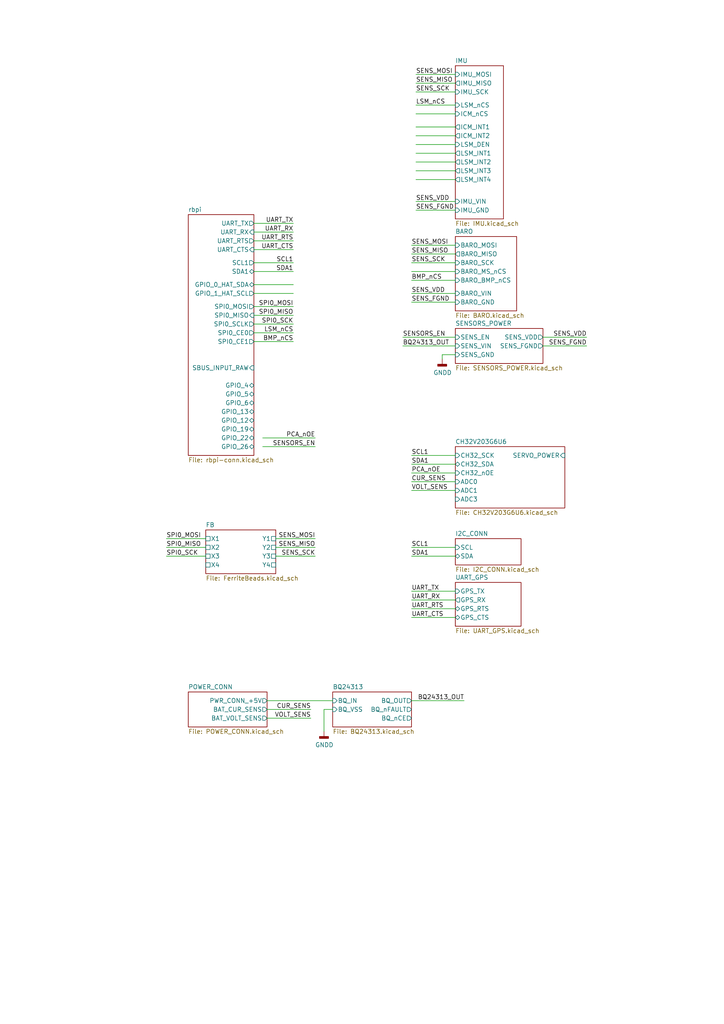
<source format=kicad_sch>
(kicad_sch (version 20230121) (generator eeschema)
  (paper "A4" portrait)
  (title_block (title "RasPi Zero NAV Hat") (date "2023-05-12") (rev "0.1") (company "chipiki.ru") (comment 1 "RasPi Zero NAV Hat") (comment 2 "Denis Tsekh"))
  (lib_symbols
    (symbol "power:GNDD" (power) (pin_names (offset 0))
      (property "Value" "GNDD" (at 0 -3.175 0))
      (symbol "GNDD_0_1"
        (rectangle (start -1.27 -1.524) (end 1.27 -2.032) (stroke (width 0.254)) (fill (type outline)))
        (polyline (pts (xy 0 0) (xy 0 -1.524)))
      )
      (symbol "GNDD_1_1"
        (pin power_in line (at 0 0 270) (length 0) hide (name "GNDD") (number "1"))
      )
    )
  )
  (wire (pts (xy 132.08 97.79) (xy 116.84 97.79)))
  (wire (pts (xy 132.08 41.91) (xy 120.65 41.91)))
  (wire (pts (xy 76.2 127) (xy 91.44 127)))
  (wire (pts (xy 157.48 97.79) (xy 170.18 97.79)))
  (wire (pts (xy 119.38 142.24) (xy 132.08 142.24)))
  (wire (pts (xy 73.66 64.77) (xy 85.09 64.77)))
  (wire (pts (xy 119.38 76.2) (xy 132.08 76.2)))
  (wire (pts (xy 132.08 49.53) (xy 120.65 49.53)))
  (wire (pts (xy 59.69 156.21) (xy 48.26 156.21)))
  (wire (pts (xy 132.08 24.13) (xy 120.65 24.13)))
  (wire (pts (xy 132.08 87.63) (xy 119.38 87.63)))
  (wire (pts (xy 73.66 78.74) (xy 85.09 78.74)))
  (wire (pts (xy 73.66 85.09) (xy 85.09 85.09)))
  (wire (pts (xy 73.66 69.85) (xy 85.09 69.85)))
  (wire (pts (xy 119.38 132.08) (xy 132.08 132.08)))
  (wire (pts (xy 119.38 171.45) (xy 132.08 171.45)))
  (wire (pts (xy 119.38 134.62) (xy 132.08 134.62)))
  (wire (pts (xy 132.08 81.28) (xy 119.38 81.28)))
  (wire (pts (xy 73.66 96.52) (xy 85.09 96.52)))
  (wire (pts (xy 73.66 93.98) (xy 85.09 93.98)))
  (wire (pts (xy 96.52 205.74) (xy 93.98 205.74)))
  (wire (pts (xy 132.08 100.33) (xy 116.84 100.33)))
  (wire (pts (xy 80.01 161.29) (xy 91.44 161.29)))
  (wire (pts (xy 132.08 33.02) (xy 120.65 33.02)))
  (wire (pts (xy 73.66 99.06) (xy 85.09 99.06)))
  (wire (pts (xy 73.66 72.39) (xy 85.09 72.39)))
  (wire (pts (xy 132.08 39.37) (xy 120.65 39.37)))
  (wire (pts (xy 132.08 26.67) (xy 120.65 26.67)))
  (wire (pts (xy 119.38 161.29) (xy 132.08 161.29)))
  (wire (pts (xy 132.08 58.42) (xy 120.65 58.42)))
  (wire (pts (xy 132.08 46.99) (xy 120.65 46.99)))
  (wire (pts (xy 132.08 78.74) (xy 119.38 78.74)))
  (wire (pts (xy 132.08 102.87) (xy 128.27 102.87)))
  (wire (pts (xy 73.66 91.44) (xy 85.09 91.44)))
  (wire (pts (xy 132.08 52.07) (xy 120.65 52.07)))
  (wire (pts (xy 132.08 30.48) (xy 120.65 30.48)))
  (wire (pts (xy 132.08 137.16) (xy 119.38 137.16)))
  (wire (pts (xy 59.69 158.75) (xy 48.26 158.75)))
  (wire (pts (xy 119.38 179.07) (xy 132.08 179.07)))
  (wire (pts (xy 119.38 71.12) (xy 132.08 71.12)))
  (wire (pts (xy 73.66 67.31) (xy 85.09 67.31)))
  (wire (pts (xy 80.01 156.21) (xy 91.44 156.21)))
  (wire (pts (xy 157.48 100.33) (xy 170.18 100.33)))
  (wire (pts (xy 73.66 76.2) (xy 85.09 76.2)))
  (wire (pts (xy 132.08 85.09) (xy 119.38 85.09)))
  (wire (pts (xy 76.2 129.54) (xy 91.44 129.54)))
  (wire (pts (xy 119.38 158.75) (xy 132.08 158.75)))
  (wire (pts (xy 73.66 88.9) (xy 85.09 88.9)))
  (wire (pts (xy 77.47 205.74) (xy 90.17 205.74)))
  (wire (pts (xy 132.08 44.45) (xy 120.65 44.45)))
  (wire (pts (xy 119.38 203.2) (xy 134.62 203.2)))
  (wire (pts (xy 80.01 158.75) (xy 91.44 158.75)))
  (wire (pts (xy 59.69 161.29) (xy 48.26 161.29)))
  (wire (pts (xy 73.66 82.55) (xy 85.09 82.55)))
  (wire (pts (xy 132.08 60.96) (xy 120.65 60.96)))
  (wire (pts (xy 93.98 205.74) (xy 93.98 212.09)))
  (wire (pts (xy 77.47 208.28) (xy 90.17 208.28)))
  (wire (pts (xy 119.38 73.66) (xy 132.08 73.66)))
  (wire (pts (xy 77.47 203.2) (xy 96.52 203.2)))
  (wire (pts (xy 119.38 139.7) (xy 132.08 139.7)))
  (wire (pts (xy 132.08 36.83) (xy 120.65 36.83)))
  (wire (pts (xy 119.38 176.53) (xy 132.08 176.53)))
  (wire (pts (xy 128.27 102.87) (xy 128.27 104.14)))
  (wire (pts (xy 119.38 173.99) (xy 132.08 173.99)))
  (wire (pts (xy 132.08 21.59) (xy 120.65 21.59)))
  (label "SENS_FGND" (at 119.38 87.63 0))
  (label "BMP_nCS" (at 85.09 99.06 180))
  (label "SCL1" (at 119.38 132.08 0))
  (label "VOLT_SENS" (at 90.17 208.28 180))
  (label "SENS_MISO" (at 91.44 158.75 180))
  (label "SPI0_SCK" (at 85.09 93.98 180))
  (label "PCA_nOE" (at 119.38 137.16 0))
  (label "SENS_VDD" (at 119.38 85.09 0))
  (label "UART_RTS" (at 119.38 176.53 0))
  (label "UART_RTS" (at 85.09 69.85 180))
  (label "SENSORS_EN" (at 116.84 97.79 0))
  (label "UART_RX" (at 85.09 67.31 180))
  (label "UART_CTS" (at 119.38 179.07 0))
  (label "PCA_nOE" (at 91.44 127 180))
  (label "CUR_SENS" (at 90.17 205.74 180))
  (label "SPI0_SCK" (at 48.26 161.29 0))
  (label "LSM_nCS" (at 85.09 96.52 180))
  (label "SENSORS_EN" (at 91.44 129.54 180))
  (label "SDA1" (at 119.38 161.29 0))
  (label "SENS_SCK" (at 120.65 26.67 0))
  (label "SPI0_MOSI" (at 85.09 88.9 180))
  (label "BQ24313_OUT" (at 134.62 203.2 180))
  (label "SENS_SCK" (at 91.44 161.29 180))
  (label "SDA1" (at 85.09 78.74 180))
  (label "SENS_MISO" (at 119.38 73.66 0))
  (label "SENS_VDD" (at 170.18 97.79 180))
  (label "SENS_VDD" (at 120.65 58.42 0))
  (label "SENS_MOSI" (at 120.65 21.59 0))
  (label "BQ24313_OUT" (at 116.84 100.33 0))
  (label "VOLT_SENS" (at 119.38 142.24 0))
  (label "SENS_SCK" (at 119.38 76.2 0))
  (label "SENS_MOSI" (at 119.38 71.12 0))
  (label "SPI0_MISO" (at 48.26 158.75 0))
  (label "SENS_MISO" (at 120.65 24.13 0))
  (label "SDA1" (at 119.38 134.62 0))
  (label "UART_RX" (at 119.38 173.99 0))
  (label "SCL1" (at 85.09 76.2 180))
  (label "UART_CTS" (at 85.09 72.39 180))
  (label "BMP_nCS" (at 119.38 81.28 0))
  (label "SCL1" (at 119.38 158.75 0))
  (label "SENS_FGND" (at 120.65 60.96 0))
  (label "CUR_SENS" (at 119.38 139.7 0))
  (label "SENS_FGND" (at 170.18 100.33 180))
  (label "SENS_MOSI" (at 91.44 156.21 180))
  (label "SPI0_MOSI" (at 48.26 156.21 0))
  (label "LSM_nCS" (at 120.65 30.48 0))
  (label "UART_TX" (at 119.38 171.45 0))
  (label "SPI0_MISO" (at 85.09 91.44 180))
  (label "UART_TX" (at 85.09 64.77 180))
  (symbol (lib_id "power:GNDD") (at 93.98 212.09 0) (unit 1)
    (property "Reference" "#PWR0106" (effects hide))
    (property "Value" "GNDD" (at 94.0816 216.027 0))
  )
  (symbol (lib_id "power:GNDD") (at 128.27 104.14 0) (unit 1)
    (property "Reference" "#PWR0135" (effects hide))
    (property "Value" "GNDD" (at 128.3716 108.077 0))
  )
  (sheet (at 132.08 156.21) (size 19.05 7.62)
    (property "Sheetname" "I2C_CONN" (at 132.08 155.4984 0) (effects (justify left bottom)))
    (property "Sheetfile" "I2C_CONN.kicad_sch" (at 132.08 164.4146 0) (effects (justify left top)))
    (pin "SCL" input (at 132.08 158.75 180))
    (pin "SDA" bidirectional (at 132.08 161.29 180))
  )
  (sheet (at 96.52 200.66) (size 22.86 10.16)
    (property "Sheetname" "BQ24313" (at 96.52 199.9484 0) (effects (justify left bottom)))
    (property "Sheetfile" "BQ24313.kicad_sch" (at 96.52 211.4046 0) (effects (justify left top)))
    (pin "BQ_IN" input (at 96.52 203.2 180))
    (pin "BQ_VSS" input (at 96.52 205.74 180))
    (pin "BQ_nFAULT" output (at 119.38 205.74 0))
    (pin "BQ_OUT" output (at 119.38 203.2 0))
    (pin "BQ_nCE" output (at 119.38 208.28 0))
  )
  (sheet (at 132.08 19.05) (size 13.97 44.45)
    (property "Sheetname" "IMU" (at 132.08 18.3384 0) (effects (justify left bottom)))
    (property "Sheetfile" "IMU.kicad_sch" (at 132.08 64.0846 0) (effects (justify left top)))
    (pin "IMU_VIN" input (at 132.08 58.42 180))
    (pin "IMU_GND" input (at 132.08 60.96 180))
    (pin "LSM_nCS" input (at 132.08 30.48 180))
    (pin "ICM_nCS" input (at 132.08 33.02 180))
    (pin "ICM_INT1" output (at 132.08 36.83 180))
    (pin "ICM_INT2" output (at 132.08 39.37 180))
    (pin "LSM_INT1" output (at 132.08 44.45 180))
    (pin "LSM_INT2" output (at 132.08 46.99 180))
    (pin "LSM_INT3" output (at 132.08 49.53 180))
    (pin "LSM_INT4" output (at 132.08 52.07 180))
    (pin "IMU_MOSI" input (at 132.08 21.59 180))
    (pin "IMU_MISO" output (at 132.08 24.13 180))
    (pin "IMU_SCK" input (at 132.08 26.67 180))
    (pin "LSM_DEN" input (at 132.08 41.91 180))
  )
  (sheet (at 132.08 95.25) (size 25.4 10.16)
    (property "Sheetname" "SENSORS_POWER" (at 132.08 94.5384 0) (effects (justify left bottom)))
    (property "Sheetfile" "SENSORS_POWER.kicad_sch" (at 132.08 105.9946 0) (effects (justify left top)))
    (pin "SENS_VIN" input (at 132.08 100.33 180))
    (pin "SENS_GND" input (at 132.08 102.87 180))
    (pin "SENS_EN" input (at 132.08 97.79 180))
    (pin "SENS_VDD" output (at 157.48 97.79 0))
    (pin "SENS_FGND" output (at 157.48 100.33 0))
  )
  (sheet (at 54.61 200.66) (size 22.86 10.16)
    (property "Sheetname" "POWER_CONN" (at 54.61 199.9484 0) (effects (justify left bottom)))
    (property "Sheetfile" "POWER_CONN.kicad_sch" (at 54.61 211.4046 0) (effects (justify left top)))
    (pin "BAT_CUR_SENS" output (at 77.47 205.74 0))
    (pin "BAT_VOLT_SENS" output (at 77.47 208.28 0))
    (pin "PWR_CONN_+5V" output (at 77.47 203.2 0))
  )
  (sheet (at 132.08 68.58) (size 17.78 21.59)
    (property "Sheetname" "BARO" (at 132.08 67.8684 0) (effects (justify left bottom)))
    (property "Sheetfile" "BARO.kicad_sch" (at 132.08 90.7546 0) (effects (justify left top)))
    (pin "BARO_VIN" input (at 132.08 85.09 180))
    (pin "BARO_MOSI" input (at 132.08 71.12 180))
    (pin "BARO_MISO" output (at 132.08 73.66 180))
    (pin "BARO_SCK" input (at 132.08 76.2 180))
    (pin "BARO_MS_nCS" input (at 132.08 78.74 180))
    (pin "BARO_BMP_nCS" input (at 132.08 81.28 180))
    (pin "BARO_GND" input (at 132.08 87.63 180))
  )
  (sheet (at 54.61 62.23) (size 19.05 69.85)
    (property "Sheetname" "rbpi" (at 54.61 61.5184 0) (effects (justify left bottom)))
    (property "Sheetfile" "rbpi-conn.kicad_sch" (at 54.61 132.6646 0) (effects (justify left top)))
    (pin "UART_TX" output (at 73.66 64.77 0))
    (pin "UART_RX" input (at 73.66 67.31 0))
    (pin "SDA1" bidirectional (at 73.66 78.74 0))
    (pin "SCL1" output (at 73.66 76.2 0))
    (pin "SPI0_MOSI" output (at 73.66 88.9 0))
    (pin "SPI0_MISO" input (at 73.66 91.44 0))
    (pin "SPI0_SCLK" output (at 73.66 93.98 0))
    (pin "GPIO_0_HAT_SDA" bidirectional (at 73.66 82.55 0))
    (pin "GPIO_5" tri_state (at 73.66 114.3 0))
    (pin "GPIO_6" tri_state (at 73.66 116.84 0))
    (pin "GPIO_13" tri_state (at 73.66 119.38 0))
    (pin "GPIO_26" tri_state (at 73.66 129.54 0))
    (pin "GPIO_1_HAT_SCL" output (at 73.66 85.09 0))
    (pin "GPIO_12" tri_state (at 73.66 121.92 0))
    (pin "GPIO_19" tri_state (at 73.66 124.46 0))
    (pin "GPIO_22" tri_state (at 73.66 127 0))
    (pin "UART_RTS" output (at 73.66 69.85 0))
    (pin "UART_CTS" input (at 73.66 72.39 0))
    (pin "GPIO_4" tri_state (at 73.66 111.76 0))
    (pin "SBUS_INPUT_RAW" input (at 73.66 106.68 0))
    (pin "SPI0_CE0" output (at 73.66 96.52 0))
    (pin "SPI0_CE1" output (at 73.66 99.06 0))
  )
  (sheet (at 132.08 168.91) (size 19.05 12.7)
    (property "Sheetname" "UART_GPS" (at 132.08 168.1984 0) (effects (justify left bottom)))
    (property "Sheetfile" "UART_GPS.kicad_sch" (at 132.08 182.1946 0) (effects (justify left top)))
    (pin "GPS_TX" input (at 132.08 171.45 180))
    (pin "GPS_RX" output (at 132.08 173.99 180))
    (pin "GPS_CTS" bidirectional (at 132.08 179.07 180))
    (pin "GPS_RTS" bidirectional (at 132.08 176.53 180))
  )
  (sheet (at 59.69 153.67) (size 20.32 12.7)
    (property "Sheetname" "FB" (at 59.69 152.9584 0) (effects (justify left bottom)))
    (property "Sheetfile" "FerriteBeads.kicad_sch" (at 59.69 166.9546 0) (effects (justify left top)))
    (pin "X1" passive (at 59.69 156.21 180))
    (pin "X2" passive (at 59.69 158.75 180))
    (pin "X3" passive (at 59.69 161.29 180))
    (pin "X4" passive (at 59.69 163.83 180))
    (pin "Y1" passive (at 80.01 156.21 0))
    (pin "Y2" passive (at 80.01 158.75 0))
    (pin "Y3" passive (at 80.01 161.29 0))
    (pin "Y4" passive (at 80.01 163.83 0))
  )
  (sheet (at 132.08 129.54) (size 31.75 17.78) (stroke (width 0.1524))
    (property "Sheetname" "CH32V203G6U6" (at 132.08 128.8284 0) (effects (justify left bottom)))
    (property "Sheetfile" "CH32V203G6U6.kicad_sch" (at 132.08 147.9046 0) (effects (justify left top)))
    (pin "SERVO_POWER" input (at 163.83 132.08 0))
    (pin "ADC1" input (at 132.08 142.24 180))
    (pin "ADC0" input (at 132.08 139.7 180))
    (pin "ADC3" input (at 132.08 144.78 180))
    (pin "CH32_SDA" bidirectional (at 132.08 134.62 180))
    (pin "CH32_SCK" input (at 132.08 132.08 180))
    (pin "CH32_nOE" input (at 132.08 137.16 180))
  )
)
</source>
